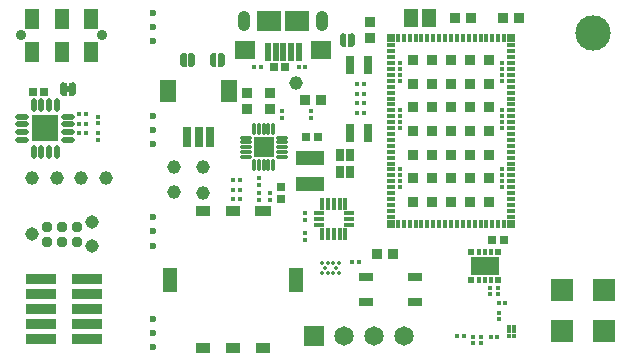
<source format=gts>
G04*
G04 #@! TF.GenerationSoftware,Altium Limited,Altium Designer,20.0.9 (164)*
G04*
G04 Layer_Color=8388736*
%FSLAX24Y24*%
%MOIN*%
G70*
G01*
G75*
%ADD71R,0.0979X0.0610*%
%ADD72R,0.0729X0.0729*%
%ADD73C,0.0138*%
%ADD74C,0.0370*%
%ADD75R,0.0454X0.0336*%
%ADD76R,0.0454X0.0847*%
%ADD77R,0.0257X0.0336*%
%ADD78R,0.0296X0.0670*%
%ADD79R,0.0532X0.0769*%
%ADD80R,0.0473X0.0316*%
%ADD81R,0.0690X0.0611*%
%ADD82R,0.0808X0.0670*%
%ADD83R,0.0217X0.0592*%
%ADD84R,0.0166X0.0178*%
%ADD85R,0.0178X0.0166*%
%ADD86C,0.0454*%
%ADD87R,0.0926X0.0454*%
%ADD88R,0.1005X0.0359*%
%ADD89R,0.0242X0.0207*%
%ADD90R,0.0148X0.0207*%
%ADD91O,0.0178X0.0454*%
%ADD92O,0.0454X0.0178*%
%ADD93R,0.0879X0.0879*%
%ADD94R,0.0710X0.0710*%
G04:AMPARAMS|DCode=95|XSize=13.9mil|YSize=39.5mil|CornerRadius=5mil|HoleSize=0mil|Usage=FLASHONLY|Rotation=0.000|XOffset=0mil|YOffset=0mil|HoleType=Round|Shape=RoundedRectangle|*
%AMROUNDEDRECTD95*
21,1,0.0139,0.0295,0,0,0.0*
21,1,0.0039,0.0395,0,0,0.0*
1,1,0.0099,0.0020,-0.0148*
1,1,0.0099,-0.0020,-0.0148*
1,1,0.0099,-0.0020,0.0148*
1,1,0.0099,0.0020,0.0148*
%
%ADD95ROUNDEDRECTD95*%
G04:AMPARAMS|DCode=96|XSize=13.9mil|YSize=39.5mil|CornerRadius=5mil|HoleSize=0mil|Usage=FLASHONLY|Rotation=90.000|XOffset=0mil|YOffset=0mil|HoleType=Round|Shape=RoundedRectangle|*
%AMROUNDEDRECTD96*
21,1,0.0139,0.0295,0,0,90.0*
21,1,0.0039,0.0395,0,0,90.0*
1,1,0.0099,0.0148,0.0020*
1,1,0.0099,0.0148,-0.0020*
1,1,0.0099,-0.0148,-0.0020*
1,1,0.0099,-0.0148,0.0020*
%
%ADD96ROUNDEDRECTD96*%
%ADD97R,0.0360X0.0380*%
%ADD98R,0.0316X0.0395*%
%ADD99R,0.0316X0.0198*%
%ADD100O,0.0177X0.0453*%
%ADD101R,0.0252X0.0157*%
%ADD102R,0.0165X0.0411*%
%ADD103R,0.0362X0.0165*%
%ADD104R,0.0296X0.0257*%
%ADD105R,0.0375X0.0355*%
%ADD106R,0.0257X0.0296*%
%ADD107R,0.0454X0.0690*%
%ADD108R,0.0316X0.0257*%
%ADD109R,0.0355X0.0375*%
%ADD110R,0.0493X0.0611*%
%ADD111R,0.0158X0.0158*%
%ADD112R,0.0354X0.0354*%
%ADD113R,0.0252X0.0252*%
%ADD114R,0.0157X0.0252*%
%ADD115R,0.0157X0.0157*%
%ADD116R,0.0217X0.0217*%
%ADD117C,0.0450*%
%ADD118O,0.0414X0.0690*%
%ADD119C,0.0236*%
%ADD120C,0.0651*%
%ADD121R,0.0651X0.0651*%
%ADD122C,0.0354*%
%ADD123C,0.1181*%
G36*
X-2781Y9173D02*
X-2776Y9172D01*
X-2772Y9170D01*
X-2768Y9168D01*
X-2764Y9165D01*
X-2761Y9161D01*
X-2759Y9157D01*
X-2757Y9153D01*
X-2756Y9148D01*
X-2756Y9144D01*
Y8750D01*
X-2756Y8745D01*
X-2757Y8741D01*
X-2759Y8737D01*
X-2761Y8733D01*
X-2764Y8729D01*
X-2768Y8726D01*
X-2772Y8724D01*
X-2776Y8722D01*
X-2781Y8721D01*
X-2785Y8720D01*
X-2884D01*
X-2888Y8721D01*
X-2893Y8722D01*
X-2897Y8724D01*
X-2901Y8726D01*
X-2905Y8729D01*
X-2908Y8733D01*
X-2910Y8737D01*
X-2912Y8741D01*
X-2913Y8745D01*
X-2913Y8750D01*
Y9144D01*
X-2913Y9148D01*
X-2912Y9153D01*
X-2910Y9157D01*
X-2908Y9161D01*
X-2905Y9165D01*
X-2901Y9168D01*
X-2897Y9170D01*
X-2893Y9172D01*
X-2888Y9173D01*
X-2884Y9173D01*
X-2785D01*
X-2781Y9173D01*
D02*
G37*
G36*
X-2564Y9173D02*
X-2560Y9172D01*
X-2555Y9170D01*
X-2551Y9168D01*
X-2548Y9165D01*
X-2545Y9161D01*
X-2543Y9157D01*
X-2541Y9153D01*
X-2540Y9148D01*
X-2539Y9144D01*
Y8750D01*
X-2540Y8745D01*
X-2541Y8741D01*
X-2543Y8737D01*
X-2545Y8733D01*
X-2548Y8729D01*
X-2551Y8726D01*
X-2555Y8724D01*
X-2560Y8722D01*
X-2564Y8721D01*
X-2569Y8720D01*
X-2667D01*
X-2672Y8721D01*
X-2676Y8722D01*
X-2681Y8724D01*
X-2685Y8726D01*
X-2688Y8729D01*
X-2691Y8733D01*
X-2694Y8737D01*
X-2695Y8741D01*
X-2697Y8745D01*
X-2697Y8750D01*
Y9144D01*
X-2697Y9148D01*
X-2695Y9153D01*
X-2694Y9157D01*
X-2691Y9161D01*
X-2688Y9165D01*
X-2685Y9168D01*
X-2681Y9170D01*
X-2676Y9172D01*
X-2672Y9173D01*
X-2667Y9173D01*
X-2569D01*
X-2564Y9173D01*
D02*
G37*
G36*
X1205Y10151D02*
X1210Y10150D01*
X1214Y10148D01*
X1218Y10146D01*
X1222Y10143D01*
X1225Y10139D01*
X1227Y10135D01*
X1229Y10131D01*
X1230Y10127D01*
X1230Y10122D01*
Y9728D01*
X1230Y9724D01*
X1229Y9719D01*
X1227Y9715D01*
X1225Y9711D01*
X1222Y9707D01*
X1218Y9704D01*
X1214Y9702D01*
X1210Y9700D01*
X1205Y9699D01*
X1201Y9699D01*
X1102D01*
X1098Y9699D01*
X1093Y9700D01*
X1089Y9702D01*
X1085Y9704D01*
X1081Y9707D01*
X1078Y9711D01*
X1076Y9715D01*
X1074Y9719D01*
X1073Y9724D01*
X1073Y9728D01*
Y10122D01*
X1073Y10127D01*
X1074Y10131D01*
X1076Y10135D01*
X1078Y10139D01*
X1081Y10143D01*
X1085Y10146D01*
X1089Y10148D01*
X1093Y10150D01*
X1098Y10151D01*
X1102Y10152D01*
X1201D01*
X1205Y10151D01*
D02*
G37*
G36*
X1422Y10151D02*
X1426Y10150D01*
X1431Y10148D01*
X1435Y10146D01*
X1438Y10143D01*
X1441Y10139D01*
X1444Y10135D01*
X1445Y10131D01*
X1447Y10127D01*
X1447Y10122D01*
Y9728D01*
X1447Y9724D01*
X1445Y9719D01*
X1444Y9715D01*
X1441Y9711D01*
X1438Y9707D01*
X1435Y9704D01*
X1431Y9702D01*
X1426Y9700D01*
X1422Y9699D01*
X1417Y9699D01*
X1319D01*
X1314Y9699D01*
X1310Y9700D01*
X1305Y9702D01*
X1301Y9704D01*
X1298Y9707D01*
X1295Y9711D01*
X1293Y9715D01*
X1291Y9719D01*
X1290Y9724D01*
X1289Y9728D01*
Y10122D01*
X1290Y10127D01*
X1291Y10131D01*
X1293Y10135D01*
X1295Y10139D01*
X1298Y10143D01*
X1301Y10146D01*
X1305Y10148D01*
X1310Y10150D01*
X1314Y10151D01*
X1319Y10151D01*
X1417D01*
X1422Y10151D01*
D02*
G37*
G36*
X2194Y10147D02*
X2198Y10146D01*
X2202Y10144D01*
X2206Y10142D01*
X2210Y10139D01*
X2213Y10136D01*
X2215Y10132D01*
X2217Y10127D01*
X2218Y10123D01*
X2219Y10118D01*
Y9724D01*
X2218Y9720D01*
X2217Y9715D01*
X2215Y9711D01*
X2213Y9707D01*
X2210Y9703D01*
X2206Y9700D01*
X2202Y9698D01*
X2198Y9696D01*
X2194Y9695D01*
X2189Y9695D01*
X2091D01*
X2086Y9695D01*
X2081Y9696D01*
X2077Y9698D01*
X2073Y9700D01*
X2070Y9703D01*
X2067Y9707D01*
X2064Y9711D01*
X2062Y9715D01*
X2061Y9720D01*
X2061Y9724D01*
Y10118D01*
X2061Y10123D01*
X2062Y10127D01*
X2064Y10132D01*
X2067Y10136D01*
X2070Y10139D01*
X2073Y10142D01*
X2077Y10144D01*
X2081Y10146D01*
X2086Y10147D01*
X2091Y10148D01*
X2189D01*
X2194Y10147D01*
D02*
G37*
G36*
X2410Y10147D02*
X2415Y10146D01*
X2419Y10144D01*
X2423Y10142D01*
X2426Y10139D01*
X2429Y10136D01*
X2432Y10132D01*
X2434Y10127D01*
X2435Y10123D01*
X2435Y10118D01*
Y9724D01*
X2435Y9720D01*
X2434Y9715D01*
X2432Y9711D01*
X2429Y9707D01*
X2426Y9703D01*
X2423Y9700D01*
X2419Y9698D01*
X2415Y9696D01*
X2410Y9695D01*
X2406Y9695D01*
X2307D01*
X2302Y9695D01*
X2298Y9696D01*
X2294Y9698D01*
X2290Y9700D01*
X2286Y9703D01*
X2283Y9707D01*
X2281Y9711D01*
X2279Y9715D01*
X2278Y9720D01*
X2277Y9724D01*
Y10118D01*
X2278Y10123D01*
X2279Y10127D01*
X2281Y10132D01*
X2283Y10136D01*
X2286Y10139D01*
X2290Y10142D01*
X2294Y10144D01*
X2298Y10146D01*
X2302Y10147D01*
X2307Y10148D01*
X2406D01*
X2410Y10147D01*
D02*
G37*
G36*
X6747Y10807D02*
X6751Y10806D01*
X6756Y10804D01*
X6760Y10802D01*
X6763Y10798D01*
X6766Y10795D01*
X6769Y10791D01*
X6770Y10787D01*
X6771Y10782D01*
X6772Y10778D01*
Y10384D01*
X6771Y10379D01*
X6770Y10375D01*
X6769Y10370D01*
X6766Y10366D01*
X6763Y10363D01*
X6760Y10360D01*
X6756Y10357D01*
X6751Y10356D01*
X6747Y10355D01*
X6742Y10354D01*
X6644D01*
X6639Y10355D01*
X6635Y10356D01*
X6630Y10357D01*
X6626Y10360D01*
X6623Y10363D01*
X6620Y10366D01*
X6617Y10370D01*
X6616Y10375D01*
X6614Y10379D01*
X6614Y10384D01*
Y10778D01*
X6614Y10782D01*
X6616Y10787D01*
X6617Y10791D01*
X6620Y10795D01*
X6623Y10798D01*
X6626Y10802D01*
X6630Y10804D01*
X6635Y10806D01*
X6639Y10807D01*
X6644Y10807D01*
X6742D01*
X6747Y10807D01*
D02*
G37*
G36*
X6530Y10807D02*
X6535Y10806D01*
X6539Y10804D01*
X6543Y10802D01*
X6547Y10798D01*
X6550Y10795D01*
X6552Y10791D01*
X6554Y10787D01*
X6555Y10782D01*
X6555Y10778D01*
Y10384D01*
X6555Y10379D01*
X6554Y10375D01*
X6552Y10370D01*
X6550Y10366D01*
X6547Y10363D01*
X6543Y10360D01*
X6539Y10357D01*
X6535Y10356D01*
X6530Y10355D01*
X6526Y10354D01*
X6427D01*
X6423Y10355D01*
X6418Y10356D01*
X6414Y10357D01*
X6410Y10360D01*
X6406Y10363D01*
X6403Y10366D01*
X6401Y10370D01*
X6399Y10375D01*
X6398Y10379D01*
X6398Y10384D01*
Y10778D01*
X6398Y10782D01*
X6399Y10787D01*
X6401Y10791D01*
X6403Y10795D01*
X6406Y10798D01*
X6410Y10802D01*
X6414Y10804D01*
X6418Y10806D01*
X6423Y10807D01*
X6427Y10807D01*
X6526D01*
X6530Y10807D01*
D02*
G37*
D71*
X11172Y3076D02*
D03*
D72*
X15128Y2264D02*
D03*
X13750D02*
D03*
Y886D02*
D03*
X15128D02*
D03*
D73*
X6319Y2831D02*
D03*
X6122D02*
D03*
X5925D02*
D03*
X5728D02*
D03*
X6220Y3002D02*
D03*
X5827D02*
D03*
X6319Y3173D02*
D03*
X6122D02*
D03*
X5925D02*
D03*
X5728D02*
D03*
D74*
X-3443Y3876D02*
D03*
X-2943D02*
D03*
X-2443D02*
D03*
Y4376D02*
D03*
X-2943D02*
D03*
X-3443D02*
D03*
D75*
X3776Y317D02*
D03*
X2776D02*
D03*
X1776D02*
D03*
X2776Y4880D02*
D03*
X1776D02*
D03*
D76*
X4862Y2598D02*
D03*
X689D02*
D03*
D77*
X3638Y4880D02*
D03*
X3913D02*
D03*
D78*
X1230Y7362D02*
D03*
X2018D02*
D03*
X1624D02*
D03*
D79*
X2648Y8888D02*
D03*
X600D02*
D03*
D80*
X8848Y1860D02*
D03*
X7215D02*
D03*
X8848Y2707D02*
D03*
X7215D02*
D03*
D81*
X5709Y10275D02*
D03*
X3189D02*
D03*
D82*
X3977Y11240D02*
D03*
X4922D02*
D03*
D83*
X3937Y10187D02*
D03*
X4193D02*
D03*
X4961D02*
D03*
X4705D02*
D03*
X4449D02*
D03*
D84*
X11586Y709D02*
D03*
X11362D02*
D03*
X10232Y728D02*
D03*
X10457D02*
D03*
X11625Y1816D02*
D03*
X11849D02*
D03*
X7128Y9114D02*
D03*
X6903D02*
D03*
X7128Y8166D02*
D03*
X6903D02*
D03*
X7128Y8482D02*
D03*
X6903D02*
D03*
X7128Y8798D02*
D03*
X6903D02*
D03*
X3006Y5285D02*
D03*
X2782D02*
D03*
X3006Y5610D02*
D03*
X2781D02*
D03*
X-2124Y8126D02*
D03*
X-2348D02*
D03*
X-2348Y7806D02*
D03*
Y7491D02*
D03*
X-2124D02*
D03*
X-2124Y7806D02*
D03*
X4957Y9685D02*
D03*
X5181D02*
D03*
X3695D02*
D03*
X3470D02*
D03*
X6752Y3189D02*
D03*
X6976D02*
D03*
X3006Y5926D02*
D03*
X2782D02*
D03*
D85*
X11054Y709D02*
D03*
Y484D02*
D03*
X10758D02*
D03*
Y709D02*
D03*
X11619Y2117D02*
D03*
Y2342D02*
D03*
X11624Y1506D02*
D03*
Y1282D02*
D03*
X11323Y2117D02*
D03*
Y2342D02*
D03*
X5157Y3943D02*
D03*
Y4167D02*
D03*
Y4605D02*
D03*
Y4830D02*
D03*
X5384Y8213D02*
D03*
Y7988D02*
D03*
X3993Y5491D02*
D03*
Y5267D02*
D03*
X3642Y5277D02*
D03*
Y5501D02*
D03*
Y5773D02*
D03*
Y5998D02*
D03*
X-1734Y7817D02*
D03*
X-1734Y8041D02*
D03*
X-1734Y7265D02*
D03*
X-1734Y7490D02*
D03*
X4418Y7989D02*
D03*
Y8213D02*
D03*
D86*
X4882Y9163D02*
D03*
X-3110Y5984D02*
D03*
X-1457D02*
D03*
X-2283D02*
D03*
X-3937D02*
D03*
X797Y5512D02*
D03*
X1776Y6377D02*
D03*
X1776Y5500D02*
D03*
X797Y6378D02*
D03*
D87*
X5354Y6663D02*
D03*
Y5797D02*
D03*
D88*
X-2083Y2616D02*
D03*
Y2116D02*
D03*
Y1616D02*
D03*
Y1116D02*
D03*
Y616D02*
D03*
X-3619Y2616D02*
D03*
Y2116D02*
D03*
Y1616D02*
D03*
Y1116D02*
D03*
Y616D02*
D03*
D89*
X10722Y3543D02*
D03*
X11622Y3543D02*
D03*
Y2608D02*
D03*
X10722D02*
D03*
D90*
X10975Y3543D02*
D03*
X11172D02*
D03*
X11369D02*
D03*
Y2608D02*
D03*
X11172D02*
D03*
X10975D02*
D03*
D91*
X-3873Y6876D02*
D03*
X-3617D02*
D03*
X-3361D02*
D03*
X-3105D02*
D03*
X-3105Y8431D02*
D03*
X-3361D02*
D03*
X-3617D02*
D03*
X-3873D02*
D03*
D92*
X-2711Y7269D02*
D03*
X-2711Y7525D02*
D03*
X-2711Y7781D02*
D03*
X-2711Y8037D02*
D03*
X-4267D02*
D03*
Y7781D02*
D03*
Y7525D02*
D03*
Y7269D02*
D03*
D93*
X-3489Y7653D02*
D03*
D94*
X3796Y7026D02*
D03*
D95*
X3481Y7627D02*
D03*
X3638D02*
D03*
X3796D02*
D03*
X3953D02*
D03*
X4111D02*
D03*
Y6426D02*
D03*
X3953D02*
D03*
X3796D02*
D03*
X3638D02*
D03*
X3481D02*
D03*
D96*
X4396Y7341D02*
D03*
Y7184D02*
D03*
Y7026D02*
D03*
Y6869D02*
D03*
Y6711D02*
D03*
X3196D02*
D03*
Y6869D02*
D03*
Y7026D02*
D03*
Y7184D02*
D03*
Y7341D02*
D03*
D97*
X8110Y3455D02*
D03*
X7560D02*
D03*
X5168Y8593D02*
D03*
X5718D02*
D03*
D98*
X6663Y6191D02*
D03*
Y6762D02*
D03*
X6329Y6762D02*
D03*
X6329Y6191D02*
D03*
D99*
X7271Y7687D02*
D03*
Y7490D02*
D03*
Y7293D02*
D03*
X6681D02*
D03*
Y7490D02*
D03*
Y7687D02*
D03*
X7271Y9948D02*
D03*
Y9751D02*
D03*
Y9554D02*
D03*
X6681D02*
D03*
Y9751D02*
D03*
Y9948D02*
D03*
D100*
X6742Y10581D02*
D03*
X6427D02*
D03*
X1417Y9925D02*
D03*
X1102D02*
D03*
X2091Y9921D02*
D03*
X2406D02*
D03*
X-2884Y8947D02*
D03*
X-2569D02*
D03*
D101*
X8024Y6280D02*
D03*
Y5886D02*
D03*
Y5295D02*
D03*
Y5689D02*
D03*
X12055Y10413D02*
D03*
Y10217D02*
D03*
Y10020D02*
D03*
Y9823D02*
D03*
Y9626D02*
D03*
Y9429D02*
D03*
Y9232D02*
D03*
Y9035D02*
D03*
Y8839D02*
D03*
Y8642D02*
D03*
Y8445D02*
D03*
Y8248D02*
D03*
Y8051D02*
D03*
Y7854D02*
D03*
Y7657D02*
D03*
Y7461D02*
D03*
Y7264D02*
D03*
Y7067D02*
D03*
Y6870D02*
D03*
Y6673D02*
D03*
Y6476D02*
D03*
Y6280D02*
D03*
Y6083D02*
D03*
Y5886D02*
D03*
Y5689D02*
D03*
Y5492D02*
D03*
Y5295D02*
D03*
Y5098D02*
D03*
Y4902D02*
D03*
Y4705D02*
D03*
X8024Y4902D02*
D03*
Y5098D02*
D03*
Y5492D02*
D03*
Y6083D02*
D03*
Y6476D02*
D03*
Y6673D02*
D03*
Y6870D02*
D03*
Y7067D02*
D03*
Y7264D02*
D03*
Y7461D02*
D03*
Y7657D02*
D03*
Y7854D02*
D03*
Y8051D02*
D03*
Y8248D02*
D03*
Y8445D02*
D03*
Y8642D02*
D03*
Y8839D02*
D03*
Y9035D02*
D03*
Y9232D02*
D03*
Y9429D02*
D03*
Y9626D02*
D03*
Y9823D02*
D03*
Y10020D02*
D03*
Y10217D02*
D03*
Y10413D02*
D03*
Y4705D02*
D03*
D102*
X5733Y4126D02*
D03*
X5930D02*
D03*
X6127D02*
D03*
X6324D02*
D03*
X6521D02*
D03*
Y5140D02*
D03*
X6324D02*
D03*
X6127D02*
D03*
X5930D02*
D03*
X5733D02*
D03*
D103*
X6629Y4436D02*
D03*
Y4633D02*
D03*
Y4830D02*
D03*
X5625D02*
D03*
Y4633D02*
D03*
Y4436D02*
D03*
D104*
X5217Y7372D02*
D03*
X5610D02*
D03*
X-3514Y8858D02*
D03*
X-3907D02*
D03*
D105*
X3238Y8839D02*
D03*
Y8307D02*
D03*
X4016Y8839D02*
D03*
Y8307D02*
D03*
X7333Y10650D02*
D03*
Y11181D02*
D03*
D106*
X4358Y5294D02*
D03*
Y5688D02*
D03*
D107*
X-3927Y11299D02*
D03*
X-1959D02*
D03*
X-2943D02*
D03*
Y10197D02*
D03*
X-1959D02*
D03*
X-3927D02*
D03*
D108*
X11791Y3917D02*
D03*
X11417D02*
D03*
X4518Y9695D02*
D03*
X4144D02*
D03*
D109*
X12321Y11323D02*
D03*
X11789D02*
D03*
X10167D02*
D03*
X10699D02*
D03*
D110*
X9302D02*
D03*
X8711D02*
D03*
D111*
X12136Y728D02*
D03*
Y886D02*
D03*
Y1043D02*
D03*
X11978D02*
D03*
Y886D02*
D03*
Y728D02*
D03*
D112*
X11299Y9921D02*
D03*
X10669D02*
D03*
X9409D02*
D03*
X10039D02*
D03*
X8780D02*
D03*
Y9134D02*
D03*
X10039D02*
D03*
X9409D02*
D03*
X10669D02*
D03*
X11299D02*
D03*
Y8346D02*
D03*
X10669D02*
D03*
X9409D02*
D03*
X10039D02*
D03*
X8780D02*
D03*
X11299Y6772D02*
D03*
X10669D02*
D03*
X9409D02*
D03*
X10039D02*
D03*
X8780D02*
D03*
X11299Y7559D02*
D03*
X10669D02*
D03*
X9409D02*
D03*
X10039D02*
D03*
X8780D02*
D03*
X11299Y5984D02*
D03*
X10669D02*
D03*
X9409D02*
D03*
X10039D02*
D03*
X8780D02*
D03*
X10669Y5197D02*
D03*
X9409D02*
D03*
X10039D02*
D03*
X8780D02*
D03*
X11299D02*
D03*
D113*
X12055Y10657D02*
D03*
Y4461D02*
D03*
X8024Y10657D02*
D03*
Y4461D02*
D03*
D114*
X11811D02*
D03*
X11614D02*
D03*
X11417D02*
D03*
X11220D02*
D03*
X11024D02*
D03*
X10827D02*
D03*
X10630D02*
D03*
X10433D02*
D03*
X10236D02*
D03*
X10039D02*
D03*
X9843D02*
D03*
X9449D02*
D03*
X9252D02*
D03*
X9055D02*
D03*
X8858D02*
D03*
X8661D02*
D03*
X8465D02*
D03*
X8268D02*
D03*
X8465Y10657D02*
D03*
X8661D02*
D03*
X8858D02*
D03*
X9055D02*
D03*
X9252D02*
D03*
X9449D02*
D03*
X9646D02*
D03*
X9843D02*
D03*
X10039D02*
D03*
X10236D02*
D03*
X10433D02*
D03*
X10630D02*
D03*
X10827D02*
D03*
X11024D02*
D03*
X11220D02*
D03*
X11417D02*
D03*
X11614D02*
D03*
X11811D02*
D03*
X9646Y4461D02*
D03*
X8268Y10657D02*
D03*
D115*
X11752Y9823D02*
D03*
Y9429D02*
D03*
Y9626D02*
D03*
Y9232D02*
D03*
Y7657D02*
D03*
Y8051D02*
D03*
Y7854D02*
D03*
Y8248D02*
D03*
Y6280D02*
D03*
Y5689D02*
D03*
Y6083D02*
D03*
Y5886D02*
D03*
X8327Y9823D02*
D03*
Y9429D02*
D03*
Y9626D02*
D03*
Y9232D02*
D03*
Y7657D02*
D03*
Y8051D02*
D03*
Y7854D02*
D03*
Y8248D02*
D03*
Y6280D02*
D03*
Y5689D02*
D03*
Y6083D02*
D03*
Y5886D02*
D03*
D116*
X-2726Y8947D02*
D03*
D117*
X-3943Y4126D02*
D03*
X-1943Y4526D02*
D03*
Y3726D02*
D03*
D118*
X5748Y11240D02*
D03*
X3150D02*
D03*
D119*
X118Y7126D02*
D03*
Y3740D02*
D03*
Y8071D02*
D03*
Y7598D02*
D03*
X118Y1299D02*
D03*
X118Y827D02*
D03*
X118Y354D02*
D03*
X118Y4213D02*
D03*
Y4685D02*
D03*
Y11496D02*
D03*
Y11024D02*
D03*
Y10551D02*
D03*
D120*
X8484Y719D02*
D03*
X7484D02*
D03*
X6484D02*
D03*
D121*
X5484D02*
D03*
D122*
X-4281Y10748D02*
D03*
X-1604D02*
D03*
D123*
X14764Y10827D02*
D03*
M02*

</source>
